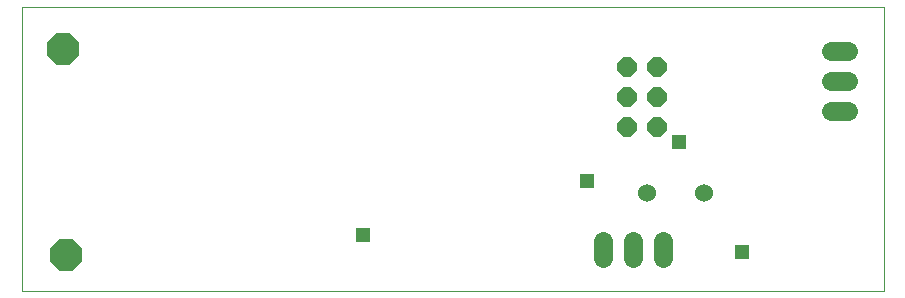
<source format=gbs>
G75*
%MOIN*%
%OFA0B0*%
%FSLAX25Y25*%
%IPPOS*%
%LPD*%
%AMOC8*
5,1,8,0,0,1.08239X$1,22.5*
%
%ADD10C,0.00000*%
%ADD11OC8,0.06400*%
%ADD12C,0.06400*%
%ADD13C,0.06000*%
%ADD14OC8,0.10800*%
%ADD15R,0.04762X0.04762*%
D10*
X0019583Y0001600D02*
X0019583Y0096128D01*
X0306985Y0096128D01*
X0306985Y0001600D01*
X0019583Y0001600D01*
D11*
X0221513Y0056364D03*
X0231513Y0056364D03*
X0231513Y0066364D03*
X0221513Y0066364D03*
X0221513Y0076364D03*
X0231513Y0076364D03*
D12*
X0289539Y0071679D02*
X0295139Y0071679D01*
X0295139Y0081679D02*
X0289539Y0081679D01*
X0289539Y0061679D02*
X0295139Y0061679D01*
X0233560Y0018101D02*
X0233560Y0012501D01*
X0223560Y0012501D02*
X0223560Y0018101D01*
X0213560Y0018101D02*
X0213560Y0012501D01*
D13*
X0227997Y0034198D03*
X0246997Y0034198D03*
D14*
X0034387Y0013687D03*
X0033245Y0082112D03*
D15*
X0208166Y0038214D03*
X0238875Y0051206D03*
X0133363Y0020104D03*
X0259741Y0014592D03*
M02*

</source>
